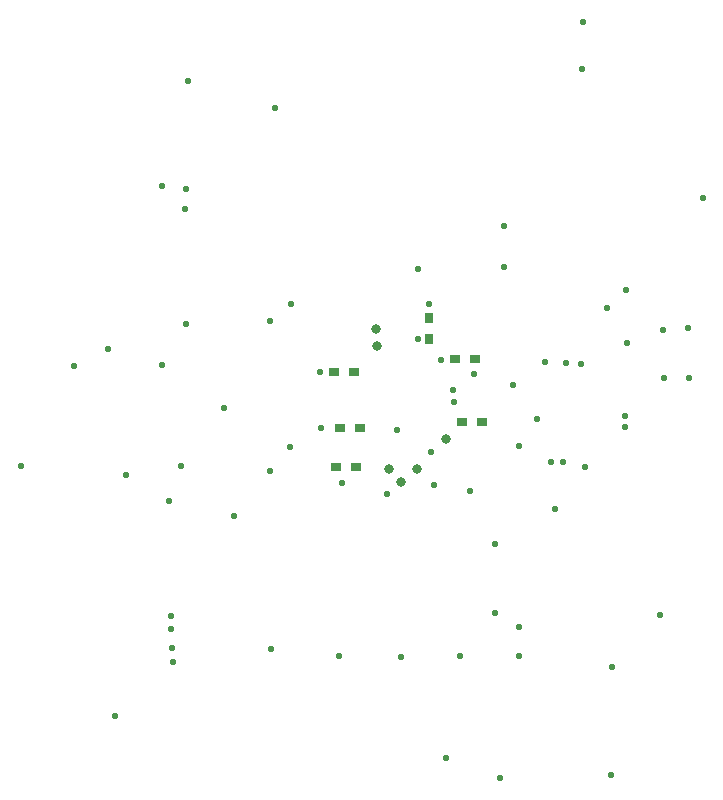
<source format=gbr>
G04 DipTrace 2.2.0.9*
%INBottomPasteAF.gbr*%
%MOIN*%
%ADD61C,0.022*%
%ADD63R,0.0038X0.0097*%
%ADD65R,0.0097X0.0038*%
%ADD82C,0.032*%
%ADD115R,0.0314X0.0353*%
%ADD117R,0.0353X0.0314*%
%FSLAX44Y44*%
%SFA1B1*%
%OFA0B0*%
G04*
G70*
G90*
G75*
G01*
%LNBotPaste*%
%LPD*%
D61*
X17460Y11652D3*
X15383Y11680D3*
X16973Y17092D3*
X21999Y19578D3*
X19408Y11682D3*
X21387Y11696D3*
X9813Y11951D3*
X22447Y18163D3*
X22860Y18159D3*
X9841Y11498D3*
X22937Y21454D3*
X24938Y23893D3*
X20578Y13122D3*
Y15435D3*
X22581Y16591D3*
X15483Y17445D3*
X18540Y17390D3*
X18403Y23418D3*
X17328Y19208D3*
X18468Y18474D3*
X18775Y21540D3*
X18010Y22244D3*
X19199Y20565D3*
X19219Y20141D3*
X21193Y20704D3*
X7683Y21920D3*
X10129Y18024D3*
X14795Y19290D3*
X8288Y17708D3*
X11903Y16344D3*
X14740Y21163D3*
X21377Y18685D3*
X13793Y23408D3*
X13755Y18649D3*
X11555Y19966D3*
X18008Y24592D3*
X9784Y12574D3*
Y13029D3*
X13094Y22845D3*
Y17838D3*
X18940Y8302D3*
X19752Y17170D3*
X23442Y21411D3*
X22258Y21494D3*
X24323Y23284D3*
X4771Y18024D3*
X19880Y21087D3*
X9728Y16867D3*
X24472Y11305D3*
X7925Y9683D3*
X9501Y27357D3*
X10257Y26585D3*
X10300Y27263D3*
X21385Y12645D3*
X10296Y22748D3*
X20754Y7631D3*
X24456Y7704D3*
X27059Y20936D3*
X9492Y21398D3*
X6549Y21340D3*
X24925Y19311D3*
X20892Y26033D3*
X26084Y13038D3*
X24915Y19676D3*
X24992Y22118D3*
X23591Y17990D3*
X27520Y26943D3*
X13109Y11904D3*
X20871Y24653D3*
X26187Y22557D3*
X26234Y20945D3*
X27022Y22622D3*
X23504Y32823D3*
X23496Y31260D3*
X10364Y30850D3*
X13262Y29937D3*
D117*
X19489Y19493D3*
X20159D3*
X15875Y21155D3*
X15206D3*
X15941Y17980D3*
X15272D3*
X16102Y19272D3*
X15433D3*
X19239Y21579D3*
X19908D3*
D115*
X18396Y22267D3*
Y22937D3*
D82*
X18966Y18911D3*
X18000Y17930D3*
X17451Y17495D3*
X17069Y17913D3*
X16638Y22003D3*
X16620Y22590D3*
D65*
X17984Y19676D3*
X17988Y19480D3*
Y19283D3*
Y19086D3*
D63*
X17735Y18833D3*
X17538D3*
X17341D3*
X17144D3*
D65*
X16891Y19086D3*
Y19283D3*
Y19480D3*
Y19676D3*
D63*
X17144Y19930D3*
X17341D3*
X17538D3*
X17735D3*
M02*

</source>
